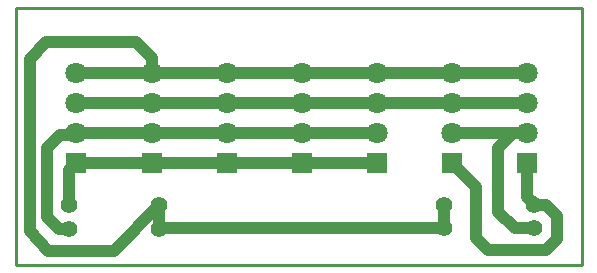
<source format=gbl>
%FSTAX23Y23*%
%MOIN*%
%SFA1B1*%

%IPPOS*%
%ADD11C,0.010000*%
%ADD15C,0.070870*%
%ADD16R,0.070870X0.070870*%
%ADD17C,0.055120*%
%ADD18C,0.039370*%
%LNpcb_sensores-1*%
%LPD*%
G54D11*
X03621Y03844D02*
X05508D01*
X03621D02*
Y03919D01*
Y047*
X05508Y03844D02*
Y047D01*
X03621D02*
X05508D01*
G54D15*
X05075Y04485D03*
Y04385D03*
Y04285D03*
X04825Y04485D03*
Y04385D03*
Y04285D03*
X04575Y04485D03*
Y04385D03*
Y04285D03*
X04325Y04485D03*
Y04385D03*
Y04285D03*
X04075Y04485D03*
Y04385D03*
Y04285D03*
X05326Y04485D03*
Y04385D03*
Y04285D03*
X03823Y04485D03*
Y04385D03*
Y04285D03*
G54D16*
X05075Y04185D03*
X04825D03*
X04575D03*
X04325D03*
X04075D03*
X05326D03*
X03823D03*
G54D17*
X05048Y04045D03*
X05348D03*
X041D03*
X038D03*
X0505Y03966D03*
X0535D03*
X041Y03965D03*
X038D03*
G54D18*
X0539Y03893D02*
X05426Y03929D01*
X05195Y03893D02*
X0539D01*
X05156Y03933D02*
X05195Y03893D01*
X05426Y03929D02*
Y04007D01*
X05388Y04045D02*
X05426Y04007D01*
X05348Y04045D02*
X05388D01*
X05156Y03933D02*
Y04103D01*
X04075Y04485D02*
Y04534D01*
X04021Y04587D02*
X04075Y04534D01*
X03722Y04587D02*
X04021D01*
X03667Y04532D02*
X03722Y04587D01*
X03667Y03956D02*
Y04532D01*
Y03956D02*
X0373Y03892D01*
X03947*
X041Y04045*
X03764Y03965D02*
X038D01*
X03725Y04004D02*
X03764Y03965D01*
X03725Y04004D02*
Y04234D01*
X0377Y04278*
X03817*
X03823Y04285*
Y04185D02*
X04075D01*
X05075D02*
X05156Y04103D01*
X0528Y04285D02*
X05326D01*
X05075D02*
X0528D01*
X05048Y04045D02*
X05049Y04044D01*
Y03967D02*
Y04044D01*
Y03967D02*
X0505Y03966D01*
X05049Y03966D02*
X0505Y03966D01*
X04101Y03966D02*
X05049D01*
X041Y03965D02*
X04101Y03966D01*
X041Y03965D02*
X041Y03965D01*
X041Y03965D02*
Y04045D01*
X041Y04045D02*
X041Y04045D01*
X03823Y04285D02*
X04075D01*
X038Y04045D02*
Y04161D01*
X04075Y04185D02*
X04325D01*
X04575*
X04825*
X04575Y04285D02*
X04825D01*
X04325D02*
X04575D01*
X04075D02*
X04325D01*
X05284Y03966D02*
X0535D01*
X0523Y0402D02*
X05284Y03966D01*
X0523Y0402D02*
Y04235D01*
X0528Y04285*
X038Y04161D02*
X03823Y04185D01*
X05326Y04071D02*
X05348Y04049D01*
X05326Y04071D02*
Y04185D01*
X05348Y04045D02*
Y04049D01*
X03823Y04385D02*
X04075D01*
X03823Y04485D02*
X04075D01*
X05075Y04385D02*
X05326D01*
X05075Y04485D02*
X05326D01*
X04075Y04385D02*
X04325D01*
X04575*
X04825*
X05075*
X04075Y04485D02*
X04325D01*
X04575*
X04825*
X05075*
M02*
</source>
